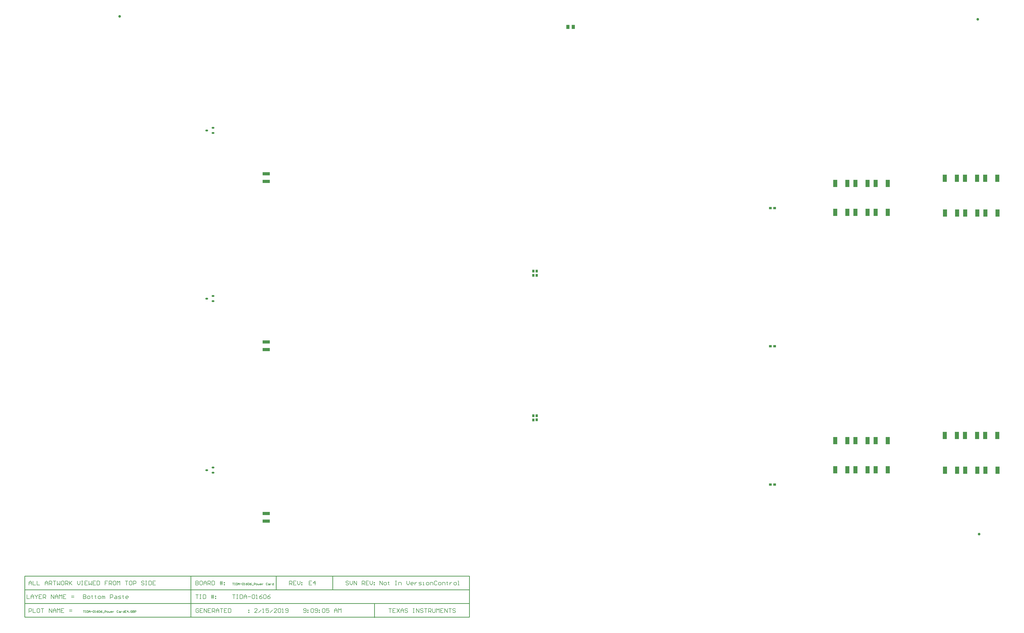
<source format=gbp>
G04*
G04 #@! TF.GenerationSoftware,Altium Limited,Altium Designer,18.1.9 (240)*
G04*
G04 Layer_Color=128*
%FSAX25Y25*%
%MOIN*%
G70*
G01*
G75*
%ADD20C,0.01000*%
%ADD24C,0.00600*%
%ADD27C,0.00800*%
G04:AMPARAMS|DCode=49|XSize=23.62mil|YSize=39.37mil|CornerRadius=5.91mil|HoleSize=0mil|Usage=FLASHONLY|Rotation=270.000|XOffset=0mil|YOffset=0mil|HoleType=Round|Shape=RoundedRectangle|*
%AMROUNDEDRECTD49*
21,1,0.02362,0.02756,0,0,270.0*
21,1,0.01181,0.03937,0,0,270.0*
1,1,0.01181,-0.01378,-0.00591*
1,1,0.01181,-0.01378,0.00591*
1,1,0.01181,0.01378,0.00591*
1,1,0.01181,0.01378,-0.00591*
%
%ADD49ROUNDEDRECTD49*%
%ADD57C,0.03937*%
%ADD73R,0.05000X0.06300*%
%ADD74R,0.03740X0.03937*%
%ADD76R,0.03937X0.03740*%
%ADD80R,0.10630X0.05118*%
%ADD218R,0.06299X0.10630*%
G54D20*
X0497200Y0080717D02*
Y0101050D01*
X0413200Y0080717D02*
Y0101050D01*
X0040000Y0080717D02*
X0700200D01*
X0040000Y0060383D02*
X0700000D01*
X0040000Y0040050D02*
X0440500D01*
X0040050Y0101050D02*
X0700200D01*
X0040050Y0040050D02*
Y0101050D01*
Y0040050D02*
X0197600D01*
X0040000D02*
Y0101050D01*
X0286500Y0040050D02*
Y0101050D01*
X0700200Y0040050D02*
Y0101050D01*
X0440500Y0040050D02*
X0700200D01*
X0559400Y0039400D02*
Y0059683D01*
G54D24*
X0126900Y0049966D02*
X0128899D01*
X0127900D01*
Y0046966D01*
X0129899Y0049966D02*
X0130899D01*
X0130399D01*
Y0046966D01*
X0129899D01*
X0130899D01*
X0132398Y0049966D02*
Y0046966D01*
X0133898D01*
X0134398Y0047466D01*
Y0049466D01*
X0133898Y0049966D01*
X0132398D01*
X0135397Y0046966D02*
Y0048966D01*
X0136397Y0049966D01*
X0137397Y0048966D01*
Y0046966D01*
Y0048466D01*
X0135397D01*
X0138396D02*
X0140396D01*
X0141395Y0049466D02*
X0141895Y0049966D01*
X0142895D01*
X0143395Y0049466D01*
Y0047466D01*
X0142895Y0046966D01*
X0141895D01*
X0141395Y0047466D01*
Y0049466D01*
X0144394Y0046966D02*
X0145394D01*
X0144894D01*
Y0049966D01*
X0144394Y0049466D01*
X0148893Y0049966D02*
X0147893Y0049466D01*
X0146894Y0048466D01*
Y0047466D01*
X0147393Y0046966D01*
X0148393D01*
X0148893Y0047466D01*
Y0047966D01*
X0148393Y0048466D01*
X0146894D01*
X0149893Y0049466D02*
X0150392Y0049966D01*
X0151392D01*
X0151892Y0049466D01*
Y0047466D01*
X0151392Y0046966D01*
X0150392D01*
X0149893Y0047466D01*
Y0049466D01*
X0154891Y0049966D02*
X0153891Y0049466D01*
X0152892Y0048466D01*
Y0047466D01*
X0153391Y0046966D01*
X0154391D01*
X0154891Y0047466D01*
Y0047966D01*
X0154391Y0048466D01*
X0152892D01*
X0155891Y0046467D02*
X0157890D01*
X0158890Y0046966D02*
Y0049966D01*
X0160389D01*
X0160889Y0049466D01*
Y0048466D01*
X0160389Y0047966D01*
X0158890D01*
X0162389Y0046966D02*
X0163388D01*
X0163888Y0047466D01*
Y0048466D01*
X0163388Y0048966D01*
X0162389D01*
X0161889Y0048466D01*
Y0047466D01*
X0162389Y0046966D01*
X0164888Y0048966D02*
Y0047466D01*
X0165388Y0046966D01*
X0165887Y0047466D01*
X0166387Y0046966D01*
X0166887Y0047466D01*
Y0048966D01*
X0169386Y0046966D02*
X0168387D01*
X0167887Y0047466D01*
Y0048466D01*
X0168387Y0048966D01*
X0169386D01*
X0169886Y0048466D01*
Y0047966D01*
X0167887D01*
X0170886Y0048966D02*
Y0046966D01*
Y0047966D01*
X0171386Y0048466D01*
X0171885Y0048966D01*
X0172385D01*
X0178883Y0049466D02*
X0178383Y0049966D01*
X0177384D01*
X0176884Y0049466D01*
Y0047466D01*
X0177384Y0046966D01*
X0178383D01*
X0178883Y0047466D01*
X0180383Y0048966D02*
X0181382D01*
X0181882Y0048466D01*
Y0046966D01*
X0180383D01*
X0179883Y0047466D01*
X0180383Y0047966D01*
X0181882D01*
X0182882Y0048966D02*
Y0046966D01*
Y0047966D01*
X0183382Y0048466D01*
X0183882Y0048966D01*
X0184381D01*
X0187880Y0049966D02*
Y0046966D01*
X0186381D01*
X0185881Y0047466D01*
Y0048466D01*
X0186381Y0048966D01*
X0187880D01*
X0190879Y0049966D02*
X0188880D01*
Y0046966D01*
X0190879D01*
X0188880Y0048466D02*
X0189880D01*
X0193378Y0046966D02*
Y0049966D01*
X0191879Y0048466D01*
X0193878D01*
X0194878Y0046966D02*
Y0047466D01*
X0195378D01*
Y0046966D01*
X0194878D01*
X0199376Y0049466D02*
X0198877Y0049966D01*
X0197877D01*
X0197377Y0049466D01*
Y0047466D01*
X0197877Y0046966D01*
X0198877D01*
X0199376Y0047466D01*
Y0048466D01*
X0198377D01*
X0200376Y0049966D02*
Y0046966D01*
X0201876D01*
X0202376Y0047466D01*
Y0047966D01*
X0201876Y0048466D01*
X0200376D01*
X0201876D01*
X0202376Y0048966D01*
Y0049466D01*
X0201876Y0049966D01*
X0200376D01*
X0203375Y0046966D02*
Y0049966D01*
X0204875D01*
X0205375Y0049466D01*
Y0048466D01*
X0204875Y0047966D01*
X0203375D01*
X0348550Y0090832D02*
X0350549D01*
X0349550D01*
Y0087833D01*
X0351549Y0090832D02*
X0352549D01*
X0352049D01*
Y0087833D01*
X0351549D01*
X0352549D01*
X0354048Y0090832D02*
Y0087833D01*
X0355548D01*
X0356048Y0088333D01*
Y0090333D01*
X0355548Y0090832D01*
X0354048D01*
X0357047Y0087833D02*
Y0089833D01*
X0358047Y0090832D01*
X0359047Y0089833D01*
Y0087833D01*
Y0089333D01*
X0357047D01*
X0360046D02*
X0362046D01*
X0363045Y0090333D02*
X0363545Y0090832D01*
X0364545D01*
X0365045Y0090333D01*
Y0088333D01*
X0364545Y0087833D01*
X0363545D01*
X0363045Y0088333D01*
Y0090333D01*
X0366044Y0087833D02*
X0367044D01*
X0366544D01*
Y0090832D01*
X0366044Y0090333D01*
X0370543Y0090832D02*
X0369543Y0090333D01*
X0368544Y0089333D01*
Y0088333D01*
X0369043Y0087833D01*
X0370043D01*
X0370543Y0088333D01*
Y0088833D01*
X0370043Y0089333D01*
X0368544D01*
X0371543Y0090333D02*
X0372042Y0090832D01*
X0373042D01*
X0373542Y0090333D01*
Y0088333D01*
X0373042Y0087833D01*
X0372042D01*
X0371543Y0088333D01*
Y0090333D01*
X0376541Y0090832D02*
X0375541Y0090333D01*
X0374542Y0089333D01*
Y0088333D01*
X0375041Y0087833D01*
X0376041D01*
X0376541Y0088333D01*
Y0088833D01*
X0376041Y0089333D01*
X0374542D01*
X0377541Y0087334D02*
X0379540D01*
X0380540Y0087833D02*
Y0090832D01*
X0382039D01*
X0382539Y0090333D01*
Y0089333D01*
X0382039Y0088833D01*
X0380540D01*
X0384038Y0087833D02*
X0385038D01*
X0385538Y0088333D01*
Y0089333D01*
X0385038Y0089833D01*
X0384038D01*
X0383539Y0089333D01*
Y0088333D01*
X0384038Y0087833D01*
X0386538Y0089833D02*
Y0088333D01*
X0387038Y0087833D01*
X0387537Y0088333D01*
X0388037Y0087833D01*
X0388537Y0088333D01*
Y0089833D01*
X0391036Y0087833D02*
X0390037D01*
X0389537Y0088333D01*
Y0089333D01*
X0390037Y0089833D01*
X0391036D01*
X0391536Y0089333D01*
Y0088833D01*
X0389537D01*
X0392536Y0089833D02*
Y0087833D01*
Y0088833D01*
X0393036Y0089333D01*
X0393535Y0089833D01*
X0394035D01*
X0400533Y0090333D02*
X0400033Y0090832D01*
X0399034D01*
X0398534Y0090333D01*
Y0088333D01*
X0399034Y0087833D01*
X0400033D01*
X0400533Y0088333D01*
X0402033Y0089833D02*
X0403032D01*
X0403532Y0089333D01*
Y0087833D01*
X0402033D01*
X0401533Y0088333D01*
X0402033Y0088833D01*
X0403532D01*
X0404532Y0089833D02*
Y0087833D01*
Y0088833D01*
X0405032Y0089333D01*
X0405532Y0089833D01*
X0406031D01*
X0409530Y0090832D02*
Y0087833D01*
X0408031D01*
X0407531Y0088333D01*
Y0089333D01*
X0408031Y0089833D01*
X0409530D01*
G54D27*
X0126900Y0073549D02*
Y0067551D01*
X0129899D01*
X0130899Y0068550D01*
Y0069550D01*
X0129899Y0070550D01*
X0126900D01*
X0129899D01*
X0130899Y0071549D01*
Y0072549D01*
X0129899Y0073549D01*
X0126900D01*
X0133898Y0067551D02*
X0135897D01*
X0136897Y0068550D01*
Y0070550D01*
X0135897Y0071549D01*
X0133898D01*
X0132898Y0070550D01*
Y0068550D01*
X0133898Y0067551D01*
X0139896Y0072549D02*
Y0071549D01*
X0138896D01*
X0140895D01*
X0139896D01*
Y0068550D01*
X0140895Y0067551D01*
X0144894Y0072549D02*
Y0071549D01*
X0143895D01*
X0145894D01*
X0144894D01*
Y0068550D01*
X0145894Y0067551D01*
X0149893D02*
X0151892D01*
X0152892Y0068550D01*
Y0070550D01*
X0151892Y0071549D01*
X0149893D01*
X0148893Y0070550D01*
Y0068550D01*
X0149893Y0067551D01*
X0154891D02*
Y0071549D01*
X0155891D01*
X0156890Y0070550D01*
Y0067551D01*
Y0070550D01*
X0157890Y0071549D01*
X0158890Y0070550D01*
Y0067551D01*
X0166887D02*
Y0073549D01*
X0169886D01*
X0170886Y0072549D01*
Y0070550D01*
X0169886Y0069550D01*
X0166887D01*
X0173885Y0071549D02*
X0175884D01*
X0176884Y0070550D01*
Y0067551D01*
X0173885D01*
X0172885Y0068550D01*
X0173885Y0069550D01*
X0176884D01*
X0178883Y0067551D02*
X0181882D01*
X0182882Y0068550D01*
X0181882Y0069550D01*
X0179883D01*
X0178883Y0070550D01*
X0179883Y0071549D01*
X0182882D01*
X0185881Y0072549D02*
Y0071549D01*
X0184881D01*
X0186881D01*
X0185881D01*
Y0068550D01*
X0186881Y0067551D01*
X0192879D02*
X0190879D01*
X0189880Y0068550D01*
Y0070550D01*
X0190879Y0071549D01*
X0192879D01*
X0193878Y0070550D01*
Y0069550D01*
X0189880D01*
X0043250Y0073349D02*
Y0067351D01*
X0047249D01*
X0049248D02*
Y0071349D01*
X0051247Y0073349D01*
X0053247Y0071349D01*
Y0067351D01*
Y0070350D01*
X0049248D01*
X0055246Y0073349D02*
Y0072349D01*
X0057245Y0070350D01*
X0059245Y0072349D01*
Y0073349D01*
X0057245Y0070350D02*
Y0067351D01*
X0065243Y0073349D02*
X0061244D01*
Y0067351D01*
X0065243D01*
X0061244Y0070350D02*
X0063244D01*
X0067242Y0067351D02*
Y0073349D01*
X0070241D01*
X0071241Y0072349D01*
Y0070350D01*
X0070241Y0069350D01*
X0067242D01*
X0069242D02*
X0071241Y0067351D01*
X0079238D02*
Y0073349D01*
X0083237Y0067351D01*
Y0073349D01*
X0085236Y0067351D02*
Y0071349D01*
X0087236Y0073349D01*
X0089235Y0071349D01*
Y0067351D01*
Y0070350D01*
X0085236D01*
X0091234Y0067351D02*
Y0073349D01*
X0093234Y0071349D01*
X0095233Y0073349D01*
Y0067351D01*
X0101231Y0073349D02*
X0097233D01*
Y0067351D01*
X0101231D01*
X0097233Y0070350D02*
X0099232D01*
X0109229Y0069350D02*
X0113227D01*
X0109229Y0071349D02*
X0113227D01*
X0567400Y0087833D02*
Y0093831D01*
X0571399Y0087833D01*
Y0093831D01*
X0574398Y0087833D02*
X0576397D01*
X0577397Y0088833D01*
Y0090832D01*
X0576397Y0091832D01*
X0574398D01*
X0573398Y0090832D01*
Y0088833D01*
X0574398Y0087833D01*
X0580396Y0092832D02*
Y0091832D01*
X0579396D01*
X0581395D01*
X0580396D01*
Y0088833D01*
X0581395Y0087833D01*
X0590393Y0093831D02*
X0592392D01*
X0591392D01*
Y0087833D01*
X0590393D01*
X0592392D01*
X0595391D02*
Y0091832D01*
X0598390D01*
X0599390Y0090832D01*
Y0087833D01*
X0607387Y0093831D02*
Y0089833D01*
X0609386Y0087833D01*
X0611386Y0089833D01*
Y0093831D01*
X0616384Y0087833D02*
X0614385D01*
X0613385Y0088833D01*
Y0090832D01*
X0614385Y0091832D01*
X0616384D01*
X0617384Y0090832D01*
Y0089833D01*
X0613385D01*
X0619383Y0091832D02*
Y0087833D01*
Y0089833D01*
X0620383Y0090832D01*
X0621383Y0091832D01*
X0622382D01*
X0625381Y0087833D02*
X0628380D01*
X0629380Y0088833D01*
X0628380Y0089833D01*
X0626381D01*
X0625381Y0090832D01*
X0626381Y0091832D01*
X0629380D01*
X0631379Y0087833D02*
X0633379D01*
X0632379D01*
Y0091832D01*
X0631379D01*
X0637377Y0087833D02*
X0639377D01*
X0640376Y0088833D01*
Y0090832D01*
X0639377Y0091832D01*
X0637377D01*
X0636378Y0090832D01*
Y0088833D01*
X0637377Y0087833D01*
X0642376D02*
Y0091832D01*
X0645375D01*
X0646374Y0090832D01*
Y0087833D01*
X0652373Y0092832D02*
X0651373Y0093831D01*
X0649373D01*
X0648374Y0092832D01*
Y0088833D01*
X0649373Y0087833D01*
X0651373D01*
X0652373Y0088833D01*
X0655372Y0087833D02*
X0657371D01*
X0658371Y0088833D01*
Y0090832D01*
X0657371Y0091832D01*
X0655372D01*
X0654372Y0090832D01*
Y0088833D01*
X0655372Y0087833D01*
X0660370D02*
Y0091832D01*
X0663369D01*
X0664369Y0090832D01*
Y0087833D01*
X0667368Y0092832D02*
Y0091832D01*
X0666368D01*
X0668367D01*
X0667368D01*
Y0088833D01*
X0668367Y0087833D01*
X0671366Y0091832D02*
Y0087833D01*
Y0089833D01*
X0672366Y0090832D01*
X0673366Y0091832D01*
X0674365D01*
X0678364Y0087833D02*
X0680364D01*
X0681363Y0088833D01*
Y0090832D01*
X0680364Y0091832D01*
X0678364D01*
X0677364Y0090832D01*
Y0088833D01*
X0678364Y0087833D01*
X0683362D02*
X0685362D01*
X0684362D01*
Y0093831D01*
X0683362D01*
X0520799Y0092832D02*
X0519799Y0093831D01*
X0517800D01*
X0516800Y0092832D01*
Y0091832D01*
X0517800Y0090832D01*
X0519799D01*
X0520799Y0089833D01*
Y0088833D01*
X0519799Y0087833D01*
X0517800D01*
X0516800Y0088833D01*
X0522798Y0093831D02*
Y0089833D01*
X0524797Y0087833D01*
X0526797Y0089833D01*
Y0093831D01*
X0528796Y0087833D02*
Y0093831D01*
X0532795Y0087833D01*
Y0093831D01*
X0540792Y0087833D02*
Y0093831D01*
X0543791D01*
X0544791Y0092832D01*
Y0090832D01*
X0543791Y0089833D01*
X0540792D01*
X0542792D02*
X0544791Y0087833D01*
X0550789Y0093831D02*
X0546790D01*
Y0087833D01*
X0550789D01*
X0546790Y0090832D02*
X0548790D01*
X0552788Y0093831D02*
Y0089833D01*
X0554788Y0087833D01*
X0556787Y0089833D01*
Y0093831D01*
X0558786Y0091832D02*
X0559786D01*
Y0090832D01*
X0558786D01*
Y0091832D01*
Y0088833D02*
X0559786D01*
Y0087833D01*
X0558786D01*
Y0088833D01*
X0433000Y0087833D02*
Y0093831D01*
X0435999D01*
X0436999Y0092832D01*
Y0090832D01*
X0435999Y0089833D01*
X0433000D01*
X0434999D02*
X0436999Y0087833D01*
X0442997Y0093831D02*
X0438998D01*
Y0087833D01*
X0442997D01*
X0438998Y0090832D02*
X0440997D01*
X0444996Y0093831D02*
Y0089833D01*
X0446995Y0087833D01*
X0448995Y0089833D01*
Y0093831D01*
X0450994Y0091832D02*
X0451994D01*
Y0090832D01*
X0450994D01*
Y0091832D01*
Y0088833D02*
X0451994D01*
Y0087833D01*
X0450994D01*
Y0088833D01*
X0385149Y0046966D02*
X0381150D01*
X0385149Y0050965D01*
Y0051965D01*
X0384149Y0052965D01*
X0382150D01*
X0381150Y0051965D01*
X0387148Y0046966D02*
X0391147Y0050965D01*
X0393146Y0046966D02*
X0395146D01*
X0394146D01*
Y0052965D01*
X0393146Y0051965D01*
X0402143Y0052965D02*
X0398145D01*
Y0049966D01*
X0400144Y0050965D01*
X0401144D01*
X0402143Y0049966D01*
Y0047966D01*
X0401144Y0046966D01*
X0399144D01*
X0398145Y0047966D01*
X0404143Y0046966D02*
X0408141Y0050965D01*
X0414139Y0046966D02*
X0410141D01*
X0414139Y0050965D01*
Y0051965D01*
X0413140Y0052965D01*
X0411140D01*
X0410141Y0051965D01*
X0416139D02*
X0417138Y0052965D01*
X0419138D01*
X0420137Y0051965D01*
Y0047966D01*
X0419138Y0046966D01*
X0417138D01*
X0416139Y0047966D01*
Y0051965D01*
X0422137Y0046966D02*
X0424136D01*
X0423136D01*
Y0052965D01*
X0422137Y0051965D01*
X0427135Y0047966D02*
X0428135Y0046966D01*
X0430134D01*
X0431134Y0047966D01*
Y0051965D01*
X0430134Y0052965D01*
X0428135D01*
X0427135Y0051965D01*
Y0050965D01*
X0428135Y0049966D01*
X0431134D01*
X0298199Y0051965D02*
X0297199Y0052965D01*
X0295200D01*
X0294200Y0051965D01*
Y0047966D01*
X0295200Y0046966D01*
X0297199D01*
X0298199Y0047966D01*
Y0049966D01*
X0296199D01*
X0304197Y0052965D02*
X0300198D01*
Y0046966D01*
X0304197D01*
X0300198Y0049966D02*
X0302197D01*
X0306196Y0046966D02*
Y0052965D01*
X0310195Y0046966D01*
Y0052965D01*
X0316193D02*
X0312194D01*
Y0046966D01*
X0316193D01*
X0312194Y0049966D02*
X0314194D01*
X0318192Y0046966D02*
Y0052965D01*
X0321191D01*
X0322191Y0051965D01*
Y0049966D01*
X0321191Y0048966D01*
X0318192D01*
X0320192D02*
X0322191Y0046966D01*
X0324190D02*
Y0050965D01*
X0326190Y0052965D01*
X0328189Y0050965D01*
Y0046966D01*
Y0049966D01*
X0324190D01*
X0330188Y0052965D02*
X0334187D01*
X0332188D01*
Y0046966D01*
X0340185Y0052965D02*
X0336186D01*
Y0046966D01*
X0340185D01*
X0336186Y0049966D02*
X0338186D01*
X0342184Y0052965D02*
Y0046966D01*
X0345183D01*
X0346183Y0047966D01*
Y0051965D01*
X0345183Y0052965D01*
X0342184D01*
X0372175Y0050965D02*
X0373175D01*
Y0049966D01*
X0372175D01*
Y0050965D01*
Y0047966D02*
X0373175D01*
Y0046966D01*
X0372175D01*
Y0047966D01*
X0046350Y0087833D02*
Y0091832D01*
X0048349Y0093831D01*
X0050349Y0091832D01*
Y0087833D01*
Y0090832D01*
X0046350D01*
X0052348Y0093831D02*
Y0087833D01*
X0056347D01*
X0058346Y0093831D02*
Y0087833D01*
X0062345D01*
X0070342D02*
Y0091832D01*
X0072342Y0093831D01*
X0074341Y0091832D01*
Y0087833D01*
Y0090832D01*
X0070342D01*
X0076340Y0087833D02*
Y0093831D01*
X0079339D01*
X0080339Y0092832D01*
Y0090832D01*
X0079339Y0089833D01*
X0076340D01*
X0078340D02*
X0080339Y0087833D01*
X0082338Y0093831D02*
X0086337D01*
X0084338D01*
Y0087833D01*
X0088336Y0093831D02*
Y0087833D01*
X0090336Y0089833D01*
X0092335Y0087833D01*
Y0093831D01*
X0097334D02*
X0095334D01*
X0094335Y0092832D01*
Y0088833D01*
X0095334Y0087833D01*
X0097334D01*
X0098333Y0088833D01*
Y0092832D01*
X0097334Y0093831D01*
X0100332Y0087833D02*
Y0093831D01*
X0103332D01*
X0104331Y0092832D01*
Y0090832D01*
X0103332Y0089833D01*
X0100332D01*
X0102332D02*
X0104331Y0087833D01*
X0106331Y0093831D02*
Y0087833D01*
Y0089833D01*
X0110329Y0093831D01*
X0107330Y0090832D01*
X0110329Y0087833D01*
X0118327Y0093831D02*
Y0089833D01*
X0120326Y0087833D01*
X0122325Y0089833D01*
Y0093831D01*
X0124325D02*
X0126324D01*
X0125324D01*
Y0087833D01*
X0124325D01*
X0126324D01*
X0133322Y0093831D02*
X0129323D01*
Y0087833D01*
X0133322D01*
X0129323Y0090832D02*
X0131323D01*
X0135321Y0093831D02*
Y0087833D01*
X0137321Y0089833D01*
X0139320Y0087833D01*
Y0093831D01*
X0145318D02*
X0141319D01*
Y0087833D01*
X0145318D01*
X0141319Y0090832D02*
X0143319D01*
X0147317Y0093831D02*
Y0087833D01*
X0150316D01*
X0151316Y0088833D01*
Y0092832D01*
X0150316Y0093831D01*
X0147317D01*
X0163312D02*
X0159313D01*
Y0090832D01*
X0161313D01*
X0159313D01*
Y0087833D01*
X0165312D02*
Y0093831D01*
X0168310D01*
X0169310Y0092832D01*
Y0090832D01*
X0168310Y0089833D01*
X0165312D01*
X0167311D02*
X0169310Y0087833D01*
X0174309Y0093831D02*
X0172309D01*
X0171310Y0092832D01*
Y0088833D01*
X0172309Y0087833D01*
X0174309D01*
X0175308Y0088833D01*
Y0092832D01*
X0174309Y0093831D01*
X0177308Y0087833D02*
Y0093831D01*
X0179307Y0091832D01*
X0181306Y0093831D01*
Y0087833D01*
X0189304Y0093831D02*
X0193303D01*
X0191303D01*
Y0087833D01*
X0198301Y0093831D02*
X0196301D01*
X0195302Y0092832D01*
Y0088833D01*
X0196301Y0087833D01*
X0198301D01*
X0199301Y0088833D01*
Y0092832D01*
X0198301Y0093831D01*
X0201300Y0087833D02*
Y0093831D01*
X0204299D01*
X0205299Y0092832D01*
Y0090832D01*
X0204299Y0089833D01*
X0201300D01*
X0217295Y0092832D02*
X0216295Y0093831D01*
X0214296D01*
X0213296Y0092832D01*
Y0091832D01*
X0214296Y0090832D01*
X0216295D01*
X0217295Y0089833D01*
Y0088833D01*
X0216295Y0087833D01*
X0214296D01*
X0213296Y0088833D01*
X0219294Y0093831D02*
X0221293D01*
X0220294D01*
Y0087833D01*
X0219294D01*
X0221293D01*
X0224292Y0093831D02*
Y0087833D01*
X0227291D01*
X0228291Y0088833D01*
Y0092832D01*
X0227291Y0093831D01*
X0224292D01*
X0234289D02*
X0230291D01*
Y0087833D01*
X0234289D01*
X0230291Y0090832D02*
X0232290D01*
X0466149Y0093831D02*
X0462150D01*
Y0087833D01*
X0466149D01*
X0462150Y0090832D02*
X0464149D01*
X0471147Y0087833D02*
Y0093831D01*
X0468148Y0090832D01*
X0472147D01*
X0294000Y0093831D02*
Y0087833D01*
X0296999D01*
X0297999Y0088833D01*
Y0089833D01*
X0296999Y0090832D01*
X0294000D01*
X0296999D01*
X0297999Y0091832D01*
Y0092832D01*
X0296999Y0093831D01*
X0294000D01*
X0302997D02*
X0300998D01*
X0299998Y0092832D01*
Y0088833D01*
X0300998Y0087833D01*
X0302997D01*
X0303997Y0088833D01*
Y0092832D01*
X0302997Y0093831D01*
X0305996Y0087833D02*
Y0091832D01*
X0307996Y0093831D01*
X0309995Y0091832D01*
Y0087833D01*
Y0090832D01*
X0305996D01*
X0311994Y0087833D02*
Y0093831D01*
X0314993D01*
X0315993Y0092832D01*
Y0090832D01*
X0314993Y0089833D01*
X0311994D01*
X0313994D02*
X0315993Y0087833D01*
X0317992Y0093831D02*
Y0087833D01*
X0320991D01*
X0321991Y0088833D01*
Y0092832D01*
X0320991Y0093831D01*
X0317992D01*
X0330988Y0087833D02*
Y0093831D01*
X0332987D02*
Y0087833D01*
X0329988Y0091832D02*
X0332987D01*
X0333987D01*
X0329988Y0089833D02*
X0333987D01*
X0335986Y0091832D02*
X0336986D01*
Y0090832D01*
X0335986D01*
Y0091832D01*
Y0088833D02*
X0336986D01*
Y0087833D01*
X0335986D01*
Y0088833D01*
X0046350Y0046966D02*
Y0052965D01*
X0049349D01*
X0050349Y0051965D01*
Y0049966D01*
X0049349Y0048966D01*
X0046350D01*
X0052348Y0052965D02*
Y0046966D01*
X0056347D01*
X0061345Y0052965D02*
X0059346D01*
X0058346Y0051965D01*
Y0047966D01*
X0059346Y0046966D01*
X0061345D01*
X0062345Y0047966D01*
Y0051965D01*
X0061345Y0052965D01*
X0064344D02*
X0068343D01*
X0066343D01*
Y0046966D01*
X0076340D02*
Y0052965D01*
X0080339Y0046966D01*
Y0052965D01*
X0082338Y0046966D02*
Y0050965D01*
X0084338Y0052965D01*
X0086337Y0050965D01*
Y0046966D01*
Y0049966D01*
X0082338D01*
X0088336Y0046966D02*
Y0052965D01*
X0090336Y0050965D01*
X0092335Y0052965D01*
Y0046966D01*
X0098333Y0052965D02*
X0094335D01*
Y0046966D01*
X0098333D01*
X0094335Y0049966D02*
X0096334D01*
X0106331Y0048966D02*
X0110329D01*
X0106331Y0050965D02*
X0110329D01*
X0454050Y0047966D02*
X0455050Y0046966D01*
X0457049D01*
X0458049Y0047966D01*
Y0051965D01*
X0457049Y0052965D01*
X0455050D01*
X0454050Y0051965D01*
Y0050965D01*
X0455050Y0049966D01*
X0458049D01*
X0460048Y0050965D02*
X0461048D01*
Y0049966D01*
X0460048D01*
Y0050965D01*
Y0047966D02*
X0461048D01*
Y0046966D01*
X0460048D01*
Y0047966D01*
X0465046Y0051965D02*
X0466046Y0052965D01*
X0468046D01*
X0469045Y0051965D01*
Y0047966D01*
X0468046Y0046966D01*
X0466046D01*
X0465046Y0047966D01*
Y0051965D01*
X0471044Y0047966D02*
X0472044Y0046966D01*
X0474044D01*
X0475043Y0047966D01*
Y0051965D01*
X0474044Y0052965D01*
X0472044D01*
X0471044Y0051965D01*
Y0050965D01*
X0472044Y0049966D01*
X0475043D01*
X0477043Y0050965D02*
X0478042D01*
Y0049966D01*
X0477043D01*
Y0050965D01*
Y0047966D02*
X0478042D01*
Y0046966D01*
X0477043D01*
Y0047966D01*
X0482041Y0051965D02*
X0483041Y0052965D01*
X0485040D01*
X0486040Y0051965D01*
Y0047966D01*
X0485040Y0046966D01*
X0483041D01*
X0482041Y0047966D01*
Y0051965D01*
X0492038Y0052965D02*
X0488039D01*
Y0049966D01*
X0490038Y0050965D01*
X0491038D01*
X0492038Y0049966D01*
Y0047966D01*
X0491038Y0046966D01*
X0489039D01*
X0488039Y0047966D01*
X0500035Y0046966D02*
Y0050965D01*
X0502035Y0052965D01*
X0504034Y0050965D01*
Y0046966D01*
Y0049966D01*
X0500035D01*
X0506033Y0046966D02*
Y0052965D01*
X0508033Y0050965D01*
X0510032Y0052965D01*
Y0046966D01*
X0580500Y0052965D02*
X0584499D01*
X0582499D01*
Y0046966D01*
X0590497Y0052965D02*
X0586498D01*
Y0046966D01*
X0590497D01*
X0586498Y0049966D02*
X0588497D01*
X0592496Y0052965D02*
X0596495Y0046966D01*
Y0052965D02*
X0592496Y0046966D01*
X0598494D02*
Y0050965D01*
X0600493Y0052965D01*
X0602493Y0050965D01*
Y0046966D01*
Y0049966D01*
X0598494D01*
X0608491Y0051965D02*
X0607491Y0052965D01*
X0605492D01*
X0604492Y0051965D01*
Y0050965D01*
X0605492Y0049966D01*
X0607491D01*
X0608491Y0048966D01*
Y0047966D01*
X0607491Y0046966D01*
X0605492D01*
X0604492Y0047966D01*
X0616488Y0052965D02*
X0618488D01*
X0617488D01*
Y0046966D01*
X0616488D01*
X0618488D01*
X0621487D02*
Y0052965D01*
X0625486Y0046966D01*
Y0052965D01*
X0631484Y0051965D02*
X0630484Y0052965D01*
X0628484D01*
X0627485Y0051965D01*
Y0050965D01*
X0628484Y0049966D01*
X0630484D01*
X0631484Y0048966D01*
Y0047966D01*
X0630484Y0046966D01*
X0628484D01*
X0627485Y0047966D01*
X0633483Y0052965D02*
X0637482D01*
X0635482D01*
Y0046966D01*
X0639481D02*
Y0052965D01*
X0642480D01*
X0643480Y0051965D01*
Y0049966D01*
X0642480Y0048966D01*
X0639481D01*
X0641480D02*
X0643480Y0046966D01*
X0645479Y0052965D02*
Y0047966D01*
X0646479Y0046966D01*
X0648478D01*
X0649478Y0047966D01*
Y0052965D01*
X0651477Y0046966D02*
Y0052965D01*
X0653476Y0050965D01*
X0655476Y0052965D01*
Y0046966D01*
X0661474Y0052965D02*
X0657475D01*
Y0046966D01*
X0661474D01*
X0657475Y0049966D02*
X0659474D01*
X0663473Y0046966D02*
Y0052965D01*
X0667472Y0046966D01*
Y0052965D01*
X0669471D02*
X0673470D01*
X0671471D01*
Y0046966D01*
X0679468Y0051965D02*
X0678468Y0052965D01*
X0676469D01*
X0675469Y0051965D01*
Y0050965D01*
X0676469Y0049966D01*
X0678468D01*
X0679468Y0048966D01*
Y0047966D01*
X0678468Y0046966D01*
X0676469D01*
X0675469Y0047966D01*
X0294000Y0073498D02*
X0297999D01*
X0295999D01*
Y0067500D01*
X0299998Y0073498D02*
X0301997D01*
X0300998D01*
Y0067500D01*
X0299998D01*
X0301997D01*
X0304996Y0073498D02*
Y0067500D01*
X0307996D01*
X0308995Y0068500D01*
Y0072498D01*
X0307996Y0073498D01*
X0304996D01*
X0317992Y0067500D02*
Y0073498D01*
X0319992D02*
Y0067500D01*
X0316993Y0071499D02*
X0319992D01*
X0320991D01*
X0316993Y0069499D02*
X0320991D01*
X0322991Y0071499D02*
X0323990D01*
Y0070499D01*
X0322991D01*
Y0071499D01*
Y0068500D02*
X0323990D01*
Y0067500D01*
X0322991D01*
Y0068500D01*
X0348550Y0073498D02*
X0352549D01*
X0350549D01*
Y0067500D01*
X0354548Y0073498D02*
X0356547D01*
X0355548D01*
Y0067500D01*
X0354548D01*
X0356547D01*
X0359546Y0073498D02*
Y0067500D01*
X0362545D01*
X0363545Y0068500D01*
Y0072498D01*
X0362545Y0073498D01*
X0359546D01*
X0365545Y0067500D02*
Y0071499D01*
X0367544Y0073498D01*
X0369543Y0071499D01*
Y0067500D01*
Y0070499D01*
X0365545D01*
X0371543D02*
X0375541D01*
X0377541Y0072498D02*
X0378540Y0073498D01*
X0380540D01*
X0381539Y0072498D01*
Y0068500D01*
X0380540Y0067500D01*
X0378540D01*
X0377541Y0068500D01*
Y0072498D01*
X0383539Y0067500D02*
X0385538D01*
X0384538D01*
Y0073498D01*
X0383539Y0072498D01*
X0392536Y0073498D02*
X0390536Y0072498D01*
X0388537Y0070499D01*
Y0068500D01*
X0389537Y0067500D01*
X0391536D01*
X0392536Y0068500D01*
Y0069499D01*
X0391536Y0070499D01*
X0388537D01*
X0394535Y0072498D02*
X0395535Y0073498D01*
X0397534D01*
X0398534Y0072498D01*
Y0068500D01*
X0397534Y0067500D01*
X0395535D01*
X0394535Y0068500D01*
Y0072498D01*
X0404532Y0073498D02*
X0402532Y0072498D01*
X0400533Y0070499D01*
Y0068500D01*
X0401533Y0067500D01*
X0403532D01*
X0404532Y0068500D01*
Y0069499D01*
X0403532Y0070499D01*
X0400533D01*
G54D49*
X0319779Y0262340D02*
D03*
Y0254860D02*
D03*
X0310331Y0258600D02*
D03*
X0319779Y0517340D02*
D03*
Y0509860D02*
D03*
X0310331Y0513600D02*
D03*
X0319779Y0767340D02*
D03*
Y0759860D02*
D03*
X0310331Y0763600D02*
D03*
G54D57*
X1455355Y0928800D02*
D03*
X1457255Y0163500D02*
D03*
X0181055Y0933300D02*
D03*
G54D73*
X0846655Y0917400D02*
D03*
X0854655D02*
D03*
G54D74*
X0800353Y0339550D02*
D03*
Y0333400D02*
D03*
X0800249Y0554550D02*
D03*
Y0548250D02*
D03*
X0795255Y0554550D02*
D03*
Y0548250D02*
D03*
Y0339550D02*
D03*
Y0333250D02*
D03*
G54D76*
X1153534Y0237105D02*
D03*
X1147235D02*
D03*
X1153534Y0648318D02*
D03*
X1147235D02*
D03*
X1153534Y0442712D02*
D03*
X1147235D02*
D03*
G54D80*
X0398755Y0687691D02*
D03*
Y0699109D02*
D03*
Y0437691D02*
D03*
Y0449109D02*
D03*
Y0182691D02*
D03*
Y0194109D02*
D03*
G54D218*
X1424380Y0692645D02*
D03*
X1406270D02*
D03*
X1243585Y0259207D02*
D03*
X1261695D02*
D03*
X1243585Y0302397D02*
D03*
X1261695D02*
D03*
X1273585Y0259207D02*
D03*
X1291695D02*
D03*
X1273585Y0302397D02*
D03*
X1291695D02*
D03*
X1303585Y0259207D02*
D03*
X1321696D02*
D03*
X1303585Y0302397D02*
D03*
X1321695D02*
D03*
X1484680Y0258407D02*
D03*
X1466570D02*
D03*
X1484380Y0310197D02*
D03*
X1466270D02*
D03*
X1454680Y0258407D02*
D03*
X1436570D02*
D03*
X1454380Y0310197D02*
D03*
X1436270D02*
D03*
X1424680Y0258407D02*
D03*
X1406570D02*
D03*
X1424380Y0310197D02*
D03*
X1406270D02*
D03*
X1243585Y0684845D02*
D03*
X1261695D02*
D03*
X1243585Y0641655D02*
D03*
X1261695D02*
D03*
X1273585Y0684845D02*
D03*
X1291695D02*
D03*
X1273585Y0641655D02*
D03*
X1291695D02*
D03*
X1303585Y0684845D02*
D03*
X1321695D02*
D03*
X1303585Y0641655D02*
D03*
X1321695D02*
D03*
X1484680Y0640855D02*
D03*
X1466570D02*
D03*
X1484380Y0692645D02*
D03*
X1466270D02*
D03*
X1454680Y0640855D02*
D03*
X1436570D02*
D03*
X1454380Y0692645D02*
D03*
X1436270D02*
D03*
X1424680Y0640855D02*
D03*
X1406570D02*
D03*
M02*

</source>
